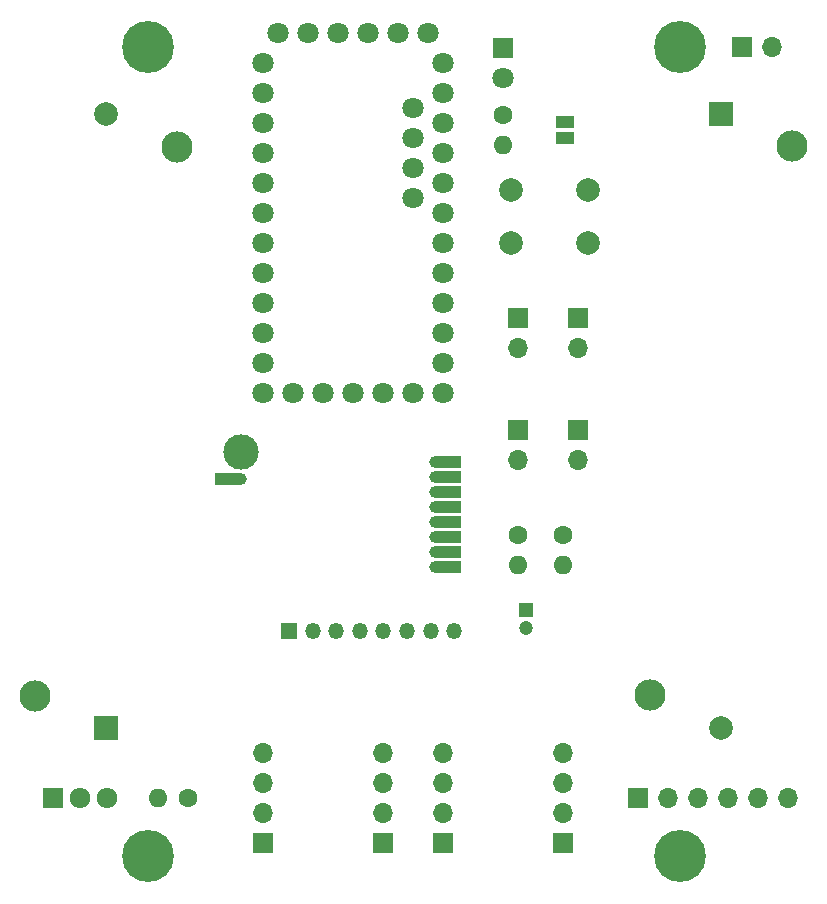
<source format=gbr>
G04 #@! TF.GenerationSoftware,KiCad,Pcbnew,5.1.10-88a1d61d58~88~ubuntu18.04.1*
G04 #@! TF.CreationDate,2021-10-13T19:09:58+02:00*
G04 #@! TF.ProjectId,HB-UNI-SEN-BATT_E07-868MS10_FUEL4EP,48422d55-4e49-42d5-9345-4e2d42415454,rev?*
G04 #@! TF.SameCoordinates,Original*
G04 #@! TF.FileFunction,Soldermask,Top*
G04 #@! TF.FilePolarity,Negative*
%FSLAX46Y46*%
G04 Gerber Fmt 4.6, Leading zero omitted, Abs format (unit mm)*
G04 Created by KiCad (PCBNEW 5.1.10-88a1d61d58~88~ubuntu18.04.1) date 2021-10-13 19:09:58*
%MOMM*%
%LPD*%
G01*
G04 APERTURE LIST*
%ADD10O,1.350000X1.350000*%
%ADD11R,1.350000X1.350000*%
%ADD12R,2.000000X2.000000*%
%ADD13C,2.000000*%
%ADD14C,2.640000*%
%ADD15C,3.000000*%
%ADD16R,2.170000X1.000000*%
%ADD17C,1.000000*%
%ADD18C,0.700000*%
%ADD19C,4.400000*%
%ADD20R,1.500000X1.000000*%
%ADD21O,1.600000X1.600000*%
%ADD22C,1.600000*%
%ADD23O,1.717500X1.800000*%
%ADD24R,1.717500X1.800000*%
%ADD25C,1.800000*%
%ADD26R,1.800000X1.800000*%
%ADD27C,1.200000*%
%ADD28R,1.200000X1.200000*%
%ADD29O,1.700000X1.700000*%
%ADD30R,1.700000X1.700000*%
G04 APERTURE END LIST*
D10*
X141901700Y-130670300D03*
X139901700Y-130670300D03*
X137901700Y-130670300D03*
X135901700Y-130670300D03*
X133901700Y-130670300D03*
X131901700Y-130670300D03*
X129901700Y-130670300D03*
D11*
X127901700Y-130670300D03*
D12*
X112420000Y-138900000D03*
D13*
X112420000Y-86910000D03*
D14*
X118415000Y-89670000D03*
X106425000Y-136150000D03*
D12*
X164490000Y-86860000D03*
D13*
X164490000Y-138850000D03*
D14*
X158495000Y-136090000D03*
X170485000Y-89610000D03*
D15*
X123800000Y-115470000D03*
D16*
X122715000Y-117750000D03*
D17*
X123800000Y-117750000D03*
D16*
X141345000Y-116310000D03*
X141345000Y-117580000D03*
X141345000Y-118850000D03*
X141345000Y-120120000D03*
X141345000Y-121390000D03*
X141345000Y-122660000D03*
X141345000Y-123930000D03*
X141345000Y-125200000D03*
D17*
X140260000Y-116310000D03*
X140260000Y-117580000D03*
X140260000Y-118850000D03*
X140260000Y-120120000D03*
X140260000Y-121390000D03*
X140260000Y-122660000D03*
X140260000Y-123930000D03*
X140260000Y-125200000D03*
D18*
X162272800Y-148477200D03*
X161000000Y-147950000D03*
X159727200Y-148477200D03*
X159200000Y-149750000D03*
X159727200Y-151022800D03*
X161000000Y-151550000D03*
X162272800Y-151022800D03*
X162800000Y-149750000D03*
D19*
X161000000Y-149750000D03*
D18*
X117272800Y-148477200D03*
X116000000Y-147950000D03*
X114727200Y-148477200D03*
X114200000Y-149750000D03*
X114727200Y-151022800D03*
X116000000Y-151550000D03*
X117272800Y-151022800D03*
X117800000Y-149750000D03*
D19*
X116000000Y-149750000D03*
D18*
X162272800Y-79977200D03*
X161000000Y-79450000D03*
X159727200Y-79977200D03*
X159200000Y-81250000D03*
X159727200Y-82522800D03*
X161000000Y-83050000D03*
X162272800Y-82522800D03*
X162800000Y-81250000D03*
D19*
X161000000Y-81250000D03*
D18*
X117272800Y-79977200D03*
X116000000Y-79450000D03*
X114727200Y-79977200D03*
X114200000Y-81250000D03*
X114727200Y-82522800D03*
X116000000Y-83050000D03*
X117272800Y-82522800D03*
X117800000Y-81250000D03*
D19*
X116000000Y-81250000D03*
D13*
X153185000Y-93345000D03*
X153185000Y-97845000D03*
X146685000Y-93345000D03*
X146685000Y-97845000D03*
D20*
X151257000Y-88900000D03*
X151257000Y-87600000D03*
D21*
X147320000Y-125095000D03*
D22*
X147320000Y-122555000D03*
D21*
X151130000Y-125095000D03*
D22*
X151130000Y-122555000D03*
D21*
X116840000Y-144780000D03*
D22*
X119380000Y-144780000D03*
D21*
X146050000Y-89535000D03*
D22*
X146050000Y-86995000D03*
D23*
X112530000Y-144780000D03*
X110240000Y-144780000D03*
D24*
X107950000Y-144780000D03*
D25*
X146050000Y-83820000D03*
D26*
X146050000Y-81280000D03*
D27*
X147955000Y-130405000D03*
D28*
X147955000Y-128905000D03*
D25*
X139700000Y-80010000D03*
X137160000Y-80010000D03*
X134620000Y-80010000D03*
X132080000Y-80010000D03*
X129540000Y-80010000D03*
X127000000Y-80010000D03*
X128270000Y-110490000D03*
X130810000Y-110490000D03*
X133350000Y-110490000D03*
X138430000Y-91440000D03*
X138430000Y-93980000D03*
X125730000Y-110490000D03*
X125730000Y-107950000D03*
X125730000Y-105410000D03*
X125730000Y-102870000D03*
X125730000Y-100330000D03*
X125730000Y-97790000D03*
X125730000Y-95250000D03*
X125730000Y-92710000D03*
X125730000Y-90170000D03*
X125730000Y-87630000D03*
X125730000Y-85090000D03*
X125730000Y-82550000D03*
X140970000Y-82550000D03*
X140970000Y-85090000D03*
X140970000Y-87630000D03*
X140970000Y-90170000D03*
X140970000Y-92710000D03*
X140970000Y-95250000D03*
X140970000Y-97790000D03*
X140970000Y-100330000D03*
X140970000Y-102870000D03*
X140970000Y-105410000D03*
X140970000Y-107950000D03*
X140970000Y-110490000D03*
X138430000Y-110490000D03*
X135890000Y-110490000D03*
X138430000Y-88900000D03*
X138430000Y-86360000D03*
D29*
X168790000Y-81250000D03*
D30*
X166250000Y-81250000D03*
D29*
X151130000Y-140970000D03*
X151130000Y-143510000D03*
X151130000Y-146050000D03*
D30*
X151130000Y-148590000D03*
D29*
X140970000Y-140970000D03*
X140970000Y-143510000D03*
X140970000Y-146050000D03*
D30*
X140970000Y-148590000D03*
D29*
X135890000Y-140970000D03*
X135890000Y-143510000D03*
X135890000Y-146050000D03*
D30*
X135890000Y-148590000D03*
D29*
X125730000Y-140970000D03*
X125730000Y-143510000D03*
X125730000Y-146050000D03*
D30*
X125730000Y-148590000D03*
D29*
X170180000Y-144780000D03*
X167640000Y-144780000D03*
X165100000Y-144780000D03*
X162560000Y-144780000D03*
X160020000Y-144780000D03*
D30*
X157480000Y-144780000D03*
D29*
X152400000Y-106680000D03*
D30*
X152400000Y-104140000D03*
D29*
X147320000Y-106680000D03*
D30*
X147320000Y-104140000D03*
D29*
X152400000Y-116205000D03*
D30*
X152400000Y-113665000D03*
D29*
X147320000Y-116205000D03*
D30*
X147320000Y-113665000D03*
M02*

</source>
